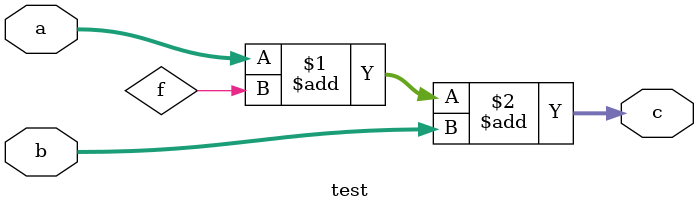
<source format=v>
module test (
    input [2:0] a,
    input [2:0] b,
    output [3:0] c
);
    assign c=a+f+b;
endmodule
</source>
